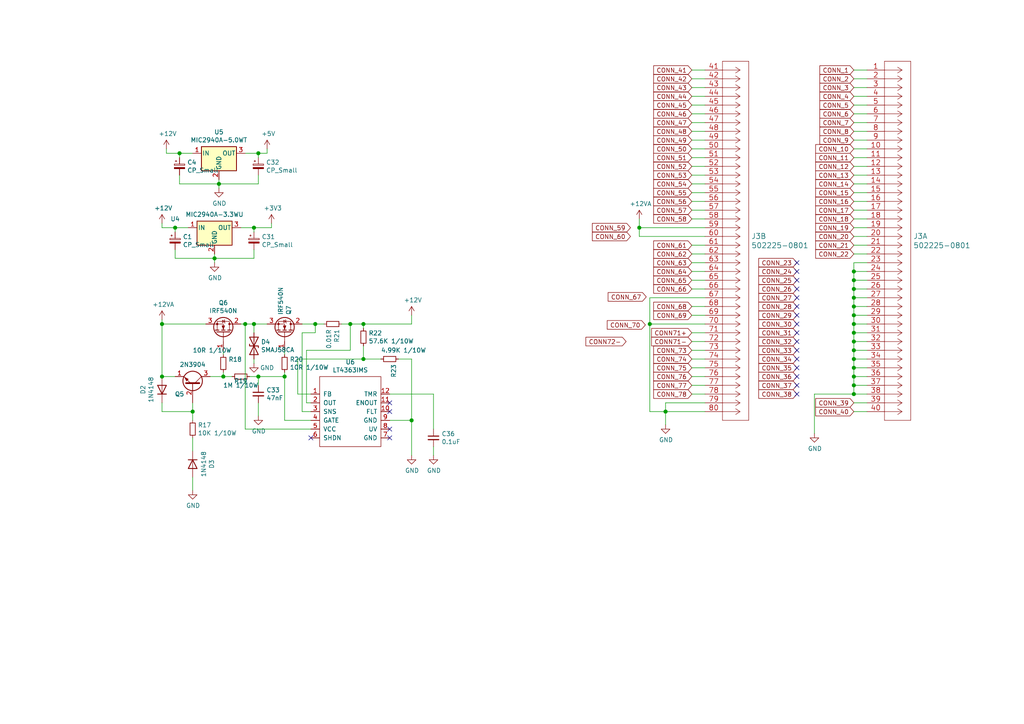
<source format=kicad_sch>
(kicad_sch (version 20210126) (generator eeschema)
  (paper "A4")
  (lib_symbols
    (symbol "Device:CP_Small" (pin_numbers hide) (pin_names (offset 0.254) hide)
      (property "Reference" "C" (at 0.254 1.778 0))
      (property "Value" "CP_Small" (at 0.254 -2.032 0))
      (symbol "CP_Small_1_1"
        (pin passive line (at 0 2.54 270) (length 1.8542) (name "~") (number "1"))
        (pin passive line (at 0 -2.54 90) (length 1.8542) (name "~") (number "2"))
      )
    )
    (symbol "Device:C_Small" (pin_numbers hide) (pin_names (offset 0.254) hide)
      (property "Reference" "C" (at 0.254 1.778 0))
      (property "Value" "C_Small" (at 0.254 -2.032 0))
      (symbol "C_Small_1_1"
        (pin passive line (at 0 2.54 270) (length 2.032) (name "~") (number "1"))
        (pin passive line (at 0 -2.54 90) (length 2.032) (name "~") (number "2"))
      )
    )
    (symbol "Device:D_TVS" (pin_numbers hide) (pin_names (offset 1.016) hide)
      (property "Reference" "D" (at 0 2.54 0))
      (property "Value" "D_TVS" (at 0 -2.54 0))
      (symbol "D_TVS_1_1"
        (pin passive line (at -3.81 0 0) (length 2.54) (name "A1") (number "1"))
        (pin passive line (at 3.81 0 180) (length 2.54) (name "A2") (number "2"))
      )
    )
    (symbol "Device:R_Small" (pin_numbers hide) (pin_names (offset 0.254) hide)
      (property "Reference" "R" (at 0.762 0.508 0))
      (property "Value" "R_Small" (at 0.762 -1.016 0))
      (symbol "R_Small_1_1"
        (pin passive line (at 0 2.54 270) (length 0.762) (name "~") (number "1"))
        (pin passive line (at 0 -2.54 90) (length 0.762) (name "~") (number "2"))
      )
    )
    (symbol "Diode:1N4148" (pin_numbers hide) (pin_names (offset 1.016) hide)
      (property "Reference" "D" (at 0 2.54 0))
      (property "Value" "1N4148" (at 0 -2.54 0))
      (symbol "1N4148_1_1"
        (pin passive line (at -3.81 0 0) (length 2.54) (name "K") (number "1"))
        (pin passive line (at 3.81 0 180) (length 2.54) (name "A") (number "2"))
      )
    )
    (symbol "OpenEFI-STM32-rev3:502225-0801" (pin_names (offset 0.254) hide)
      (property "Reference" "J" (at 8.89 6.35 0))
      (property "Value" "502225-0801" (at 10.16 -50.8 0))
      (symbol "502225-0801_1_1"
        (pin unspecified line (at 0 0 0) (length 5.08) (name "1") (number "1"))
        (pin unspecified line (at 0 -22.86 0) (length 5.08) (name "10") (number "10"))
        (pin unspecified line (at 0 -25.4 0) (length 5.08) (name "11") (number "11"))
        (pin unspecified line (at 0 -27.94 0) (length 5.08) (name "12") (number "12"))
        (pin unspecified line (at 0 -30.48 0) (length 5.08) (name "13") (number "13"))
        (pin unspecified line (at 0 -33.02 0) (length 5.08) (name "14") (number "14"))
        (pin unspecified line (at 0 -35.56 0) (length 5.08) (name "15") (number "15"))
        (pin unspecified line (at 0 -38.1 0) (length 5.08) (name "16") (number "16"))
        (pin unspecified line (at 0 -40.64 0) (length 5.08) (name "17") (number "17"))
        (pin unspecified line (at 0 -43.18 0) (length 5.08) (name "18") (number "18"))
        (pin unspecified line (at 0 -45.72 0) (length 5.08) (name "19") (number "19"))
        (pin unspecified line (at 0 -2.54 0) (length 5.08) (name "2") (number "2"))
        (pin unspecified line (at 0 -48.26 0) (length 5.08) (name "20") (number "20"))
        (pin unspecified line (at 0 -50.8 0) (length 5.08) (name "21") (number "21"))
        (pin unspecified line (at 0 -53.34 0) (length 5.08) (name "22") (number "22"))
        (pin unspecified line (at 0 -55.88 0) (length 5.08) (name "23") (number "23"))
        (pin unspecified line (at 0 -58.42 0) (length 5.08) (name "24") (number "24"))
        (pin unspecified line (at 0 -60.96 0) (length 5.08) (name "25") (number "25"))
        (pin unspecified line (at 0 -63.5 0) (length 5.08) (name "26") (number "26"))
        (pin unspecified line (at 0 -66.04 0) (length 5.08) (name "27") (number "27"))
        (pin unspecified line (at 0 -68.58 0) (length 5.08) (name "28") (number "28"))
        (pin unspecified line (at 0 -71.12 0) (length 5.08) (name "29") (number "29"))
        (pin unspecified line (at 0 -5.08 0) (length 5.08) (name "3") (number "3"))
        (pin unspecified line (at 0 -73.66 0) (length 5.08) (name "30") (number "30"))
        (pin unspecified line (at 0 -76.2 0) (length 5.08) (name "31") (number "31"))
        (pin unspecified line (at 0 -78.74 0) (length 5.08) (name "32") (number "32"))
        (pin unspecified line (at 0 -81.28 0) (length 5.08) (name "33") (number "33"))
        (pin unspecified line (at 0 -83.82 0) (length 5.08) (name "34") (number "34"))
        (pin unspecified line (at 0 -86.36 0) (length 5.08) (name "35") (number "35"))
        (pin unspecified line (at 0 -88.9 0) (length 5.08) (name "36") (number "36"))
        (pin unspecified line (at 0 -91.44 0) (length 5.08) (name "37") (number "37"))
        (pin unspecified line (at 0 -93.98 0) (length 5.08) (name "38") (number "38"))
        (pin unspecified line (at 0 -96.52 0) (length 5.08) (name "39") (number "39"))
        (pin unspecified line (at 0 -7.62 0) (length 5.08) (name "4") (number "4"))
        (pin unspecified line (at 0 -99.06 0) (length 5.08) (name "40") (number "40"))
        (pin unspecified line (at 0 -10.16 0) (length 5.08) (name "5") (number "5"))
        (pin unspecified line (at 0 -12.7 0) (length 5.08) (name "6") (number "6"))
        (pin unspecified line (at 0 -15.24 0) (length 5.08) (name "7") (number "7"))
        (pin unspecified line (at 0 -17.78 0) (length 5.08) (name "8") (number "8"))
        (pin unspecified line (at 0 -20.32 0) (length 5.08) (name "9") (number "9"))
      )
      (symbol "502225-0801_2_1"
        (pin unspecified line (at 0 0 0) (length 5.08) (name "41") (number "41"))
        (pin unspecified line (at 0 -2.54 0) (length 5.08) (name "42") (number "42"))
        (pin unspecified line (at 0 -5.08 0) (length 5.08) (name "43") (number "43"))
        (pin unspecified line (at 0 -7.62 0) (length 5.08) (name "44") (number "44"))
        (pin unspecified line (at 0 -10.16 0) (length 5.08) (name "45") (number "45"))
        (pin unspecified line (at 0 -12.7 0) (length 5.08) (name "46") (number "46"))
        (pin unspecified line (at 0 -15.24 0) (length 5.08) (name "47") (number "47"))
        (pin unspecified line (at 0 -17.78 0) (length 5.08) (name "48") (number "48"))
        (pin unspecified line (at 0 -20.32 0) (length 5.08) (name "49") (number "49"))
        (pin unspecified line (at 0 -22.86 0) (length 5.08) (name "50") (number "50"))
        (pin unspecified line (at 0 -25.4 0) (length 5.08) (name "51") (number "51"))
        (pin unspecified line (at 0 -27.94 0) (length 5.08) (name "52") (number "52"))
        (pin unspecified line (at 0 -30.48 0) (length 5.08) (name "53") (number "53"))
        (pin unspecified line (at 0 -33.02 0) (length 5.08) (name "54") (number "54"))
        (pin unspecified line (at 0 -35.56 0) (length 5.08) (name "55") (number "55"))
        (pin unspecified line (at 0 -38.1 0) (length 5.08) (name "56") (number "56"))
        (pin unspecified line (at 0 -40.64 0) (length 5.08) (name "57") (number "57"))
        (pin unspecified line (at 0 -43.18 0) (length 5.08) (name "58") (number "58"))
        (pin unspecified line (at 0 -45.72 0) (length 5.08) (name "59") (number "59"))
        (pin unspecified line (at 0 -48.26 0) (length 5.08) (name "60") (number "60"))
        (pin unspecified line (at 0 -50.8 0) (length 5.08) (name "61") (number "61"))
        (pin unspecified line (at 0 -53.34 0) (length 5.08) (name "62") (number "62"))
        (pin unspecified line (at 0 -55.88 0) (length 5.08) (name "63") (number "63"))
        (pin unspecified line (at 0 -58.42 0) (length 5.08) (name "64") (number "64"))
        (pin unspecified line (at 0 -60.96 0) (length 5.08) (name "65") (number "65"))
        (pin unspecified line (at 0 -63.5 0) (length 5.08) (name "66") (number "66"))
        (pin unspecified line (at 0 -66.04 0) (length 5.08) (name "67") (number "67"))
        (pin unspecified line (at 0 -68.58 0) (length 5.08) (name "68") (number "68"))
        (pin unspecified line (at 0 -71.12 0) (length 5.08) (name "69") (number "69"))
        (pin unspecified line (at 0 -73.66 0) (length 5.08) (name "70") (number "70"))
        (pin unspecified line (at 0 -76.2 0) (length 5.08) (name "71") (number "71"))
        (pin unspecified line (at 0 -78.74 0) (length 5.08) (name "72") (number "72"))
        (pin unspecified line (at 0 -81.28 0) (length 5.08) (name "73") (number "73"))
        (pin unspecified line (at 0 -83.82 0) (length 5.08) (name "74") (number "74"))
        (pin unspecified line (at 0 -86.36 0) (length 5.08) (name "75") (number "75"))
        (pin unspecified line (at 0 -88.9 0) (length 5.08) (name "76") (number "76"))
        (pin unspecified line (at 0 -91.44 0) (length 5.08) (name "77") (number "77"))
        (pin unspecified line (at 0 -93.98 0) (length 5.08) (name "78") (number "78"))
        (pin unspecified line (at 0 -96.52 0) (length 5.08) (name "79") (number "79"))
        (pin unspecified line (at 0 -99.06 0) (length 5.08) (name "80") (number "80"))
      )
    )
    (symbol "OpenEFI-STM32-rev3:LT4363IMS" (pin_names (offset 1.016))
      (property "Reference" "U" (at 0 2.54 0))
      (property "Value" "LT4363IMS" (at 0 5.08 0))
      (symbol "LT4363IMS_1_1"
        (pin input line (at -11.43 1.27 0) (length 2.54) (name "FB") (number "1"))
        (pin input line (at 11.43 -3.81 180) (length 2.54) (name "FLT") (number "10"))
        (pin input line (at 11.43 -1.27 180) (length 2.54) (name "ENOUT") (number "11"))
        (pin input line (at 11.43 1.27 180) (length 2.54) (name "TMR") (number "12"))
        (pin input line (at -11.43 -1.27 0) (length 2.54) (name "OUT") (number "2"))
        (pin input line (at -11.43 -3.81 0) (length 2.54) (name "SNS") (number "3"))
        (pin input line (at -11.43 -6.35 0) (length 2.54) (name "GATE") (number "4"))
        (pin input line (at -11.43 -8.89 0) (length 2.54) (name "VCC") (number "5"))
        (pin input line (at -11.43 -11.43 0) (length 2.54) (name "SHDN") (number "6"))
        (pin input line (at 11.43 -11.43 180) (length 2.54) (name "GND") (number "7"))
        (pin input line (at 11.43 -8.89 180) (length 2.54) (name "UV") (number "8"))
        (pin input line (at 11.43 -6.35 180) (length 2.54) (name "GND") (number "9"))
      )
    )
    (symbol "Regulator_Linear:L7805" (pin_names (offset 0.254))
      (property "Reference" "U" (at -3.81 3.175 0))
      (property "Value" "L7805" (at 0 3.175 0))
      (symbol "L7805_1_1"
        (pin power_in line (at -7.62 0 0) (length 2.54) (name "IN") (number "1"))
        (pin power_in line (at 0 -7.62 90) (length 2.54) (name "GND") (number "2"))
        (pin power_out line (at 7.62 0 180) (length 2.54) (name "OUT") (number "3"))
      )
    )
    (symbol "Transistor_BJT:2N3904" (pin_names (offset 0) hide)
      (property "Reference" "Q" (at 5.08 1.905 0))
      (property "Value" "2N3904" (at 5.08 0 0))
      (symbol "2N3904_1_1"
        (pin passive line (at 2.54 -5.08 90) (length 2.54) (name "E") (number "1"))
        (pin passive line (at -5.08 0 0) (length 5.715) (name "B") (number "2"))
        (pin passive line (at 2.54 5.08 270) (length 2.54) (name "C") (number "3"))
      )
    )
    (symbol "Transistor_FET:IRF540N" (pin_names hide)
      (property "Reference" "Q" (at 6.35 1.905 0))
      (property "Value" "IRF540N" (at 6.35 0 0))
      (symbol "IRF540N_1_1"
        (pin input line (at -5.08 0 0) (length 2.54) (name "G") (number "1"))
        (pin passive line (at 2.54 5.08 270) (length 2.54) (name "D") (number "2"))
        (pin passive line (at 2.54 -5.08 90) (length 2.54) (name "S") (number "3"))
      )
    )
    (symbol "power:+12V" (power) (pin_names (offset 0))
      (property "Value" "+12V" (at 0 3.556 0))
      (symbol "+12V_1_1"
        (pin power_in line (at 0 0 90) (length 0) hide (name "+12V") (number "1"))
      )
    )
    (symbol "power:+12VA" (power) (pin_names (offset 0))
      (property "Value" "+12VA" (at 0 3.556 0))
      (symbol "+12VA_1_1"
        (pin power_in line (at 0 0 90) (length 0) hide (name "+12VA") (number "1"))
      )
    )
    (symbol "power:+3V3" (power) (pin_names (offset 0))
      (property "Value" "+3V3" (at 0 3.556 0))
      (symbol "+3V3_1_1"
        (pin power_in line (at 0 0 90) (length 0) hide (name "+3V3") (number "1"))
      )
    )
    (symbol "power:+5V" (power) (pin_names (offset 0))
      (property "Value" "+5V" (at 0 3.556 0))
      (symbol "+5V_1_1"
        (pin power_in line (at 0 0 90) (length 0) hide (name "+5V") (number "1"))
      )
    )
    (symbol "power:GND" (power) (pin_names (offset 0))
      (property "Value" "GND" (at 0 -3.81 0))
      (symbol "GND_1_1"
        (pin power_in line (at 0 0 270) (length 0) hide (name "GND") (number "1"))
      )
    )
  )
  (junction (at 46.99 93.98) (diameter 1.016))
  (junction (at 46.99 109.22) (diameter 1.016))
  (junction (at 50.8 66.04) (diameter 1.016))
  (junction (at 52.07 44.45) (diameter 1.016))
  (junction (at 55.88 119.38) (diameter 1.016))
  (junction (at 62.23 74.93) (diameter 1.016))
  (junction (at 63.5 53.34) (diameter 1.016))
  (junction (at 64.77 109.22) (diameter 1.016))
  (junction (at 71.12 93.98) (diameter 1.016))
  (junction (at 73.66 66.04) (diameter 1.016))
  (junction (at 73.66 93.98) (diameter 1.016))
  (junction (at 74.93 44.45) (diameter 1.016))
  (junction (at 74.93 109.22) (diameter 1.016))
  (junction (at 82.55 109.22) (diameter 1.016))
  (junction (at 91.44 93.98) (diameter 1.016))
  (junction (at 101.6 93.98) (diameter 1.016))
  (junction (at 105.41 93.98) (diameter 1.016))
  (junction (at 105.41 104.14) (diameter 1.016))
  (junction (at 119.38 121.92) (diameter 1.016))
  (junction (at 185.42 66.04) (diameter 1.016))
  (junction (at 188.468 93.98) (diameter 1.016))
  (junction (at 193.04 119.38) (diameter 1.016))
  (junction (at 247.65 78.74) (diameter 1.016))
  (junction (at 247.65 81.28) (diameter 1.016))
  (junction (at 247.65 83.82) (diameter 1.016))
  (junction (at 247.65 86.36) (diameter 1.016))
  (junction (at 247.65 88.9) (diameter 1.016))
  (junction (at 247.65 91.44) (diameter 1.016))
  (junction (at 247.65 93.98) (diameter 1.016))
  (junction (at 247.65 96.52) (diameter 1.016))
  (junction (at 247.65 99.06) (diameter 1.016))
  (junction (at 247.65 101.6) (diameter 1.016))
  (junction (at 247.65 104.14) (diameter 1.016))
  (junction (at 247.65 106.68) (diameter 1.016))
  (junction (at 247.65 109.22) (diameter 1.016))
  (junction (at 247.65 111.76) (diameter 1.016))
  (junction (at 247.65 114.3) (diameter 1.016))
  (no_connect (at 90.17 127))
  (no_connect (at 113.03 116.84))
  (no_connect (at 113.03 119.38))
  (no_connect (at 113.03 124.46))
  (no_connect (at 113.03 127))
  (no_connect (at 231.14 76.2))
  (no_connect (at 231.14 78.74))
  (no_connect (at 231.14 81.28))
  (no_connect (at 231.14 83.82))
  (no_connect (at 231.14 86.36))
  (no_connect (at 231.14 88.9))
  (no_connect (at 231.14 91.44))
  (no_connect (at 231.14 93.98))
  (no_connect (at 231.14 96.52))
  (no_connect (at 231.14 99.06))
  (no_connect (at 231.14 101.6))
  (no_connect (at 231.14 104.14))
  (no_connect (at 231.14 106.68))
  (no_connect (at 231.14 109.22))
  (no_connect (at 231.14 111.76))
  (no_connect (at 231.14 114.3))
  (wire (pts (xy 46.99 64.77) (xy 46.99 66.04)))
  (wire (pts (xy 46.99 66.04) (xy 50.8 66.04)))
  (wire (pts (xy 46.99 92.71) (xy 46.99 93.98)))
  (wire (pts (xy 46.99 93.98) (xy 59.69 93.98)))
  (wire (pts (xy 46.99 109.22) (xy 46.99 93.98)))
  (wire (pts (xy 46.99 109.22) (xy 50.8 109.22)))
  (wire (pts (xy 46.99 116.84) (xy 46.99 119.38)))
  (wire (pts (xy 46.99 119.38) (xy 55.88 119.38)))
  (wire (pts (xy 48.26 43.18) (xy 48.26 44.45)))
  (wire (pts (xy 48.26 44.45) (xy 52.07 44.45)))
  (wire (pts (xy 50.8 66.04) (xy 50.8 67.31)))
  (wire (pts (xy 50.8 72.39) (xy 50.8 74.93)))
  (wire (pts (xy 50.8 74.93) (xy 62.23 74.93)))
  (wire (pts (xy 52.07 44.45) (xy 55.88 44.45)))
  (wire (pts (xy 52.07 45.72) (xy 52.07 44.45)))
  (wire (pts (xy 52.07 50.8) (xy 52.07 53.34)))
  (wire (pts (xy 52.07 53.34) (xy 63.5 53.34)))
  (wire (pts (xy 54.61 66.04) (xy 50.8 66.04)))
  (wire (pts (xy 55.88 116.84) (xy 55.88 119.38)))
  (wire (pts (xy 55.88 119.38) (xy 55.88 121.92)))
  (wire (pts (xy 55.88 127) (xy 55.88 130.81)))
  (wire (pts (xy 55.88 138.43) (xy 55.88 142.24)))
  (wire (pts (xy 60.96 109.22) (xy 64.77 109.22)))
  (wire (pts (xy 62.23 73.66) (xy 62.23 74.93)))
  (wire (pts (xy 62.23 74.93) (xy 62.23 76.2)))
  (wire (pts (xy 63.5 52.07) (xy 63.5 53.34)))
  (wire (pts (xy 63.5 53.34) (xy 63.5 54.61)))
  (wire (pts (xy 64.77 101.6) (xy 64.77 102.87)))
  (wire (pts (xy 64.77 109.22) (xy 64.77 107.95)))
  (wire (pts (xy 67.31 109.22) (xy 64.77 109.22)))
  (wire (pts (xy 69.85 66.04) (xy 73.66 66.04)))
  (wire (pts (xy 69.85 93.98) (xy 71.12 93.98)))
  (wire (pts (xy 71.12 44.45) (xy 74.93 44.45)))
  (wire (pts (xy 71.12 93.98) (xy 71.12 124.46)))
  (wire (pts (xy 71.12 93.98) (xy 73.66 93.98)))
  (wire (pts (xy 71.12 124.46) (xy 90.17 124.46)))
  (wire (pts (xy 72.39 109.22) (xy 74.93 109.22)))
  (wire (pts (xy 73.66 66.04) (xy 73.66 67.31)))
  (wire (pts (xy 73.66 72.39) (xy 73.66 74.93)))
  (wire (pts (xy 73.66 74.93) (xy 62.23 74.93)))
  (wire (pts (xy 73.66 93.98) (xy 77.47 93.98)))
  (wire (pts (xy 73.66 96.52) (xy 73.66 93.98)))
  (wire (pts (xy 73.66 104.14) (xy 73.66 105.41)))
  (wire (pts (xy 74.93 44.45) (xy 74.93 45.72)))
  (wire (pts (xy 74.93 50.8) (xy 74.93 53.34)))
  (wire (pts (xy 74.93 53.34) (xy 63.5 53.34)))
  (wire (pts (xy 74.93 109.22) (xy 82.55 109.22)))
  (wire (pts (xy 74.93 111.76) (xy 74.93 109.22)))
  (wire (pts (xy 74.93 116.84) (xy 74.93 120.65)))
  (wire (pts (xy 77.47 43.18) (xy 77.47 44.45)))
  (wire (pts (xy 77.47 44.45) (xy 74.93 44.45)))
  (wire (pts (xy 78.74 64.77) (xy 78.74 66.04)))
  (wire (pts (xy 78.74 66.04) (xy 73.66 66.04)))
  (wire (pts (xy 82.55 102.87) (xy 82.55 101.6)))
  (wire (pts (xy 82.55 107.95) (xy 82.55 109.22)))
  (wire (pts (xy 82.55 121.92) (xy 82.55 109.22)))
  (wire (pts (xy 82.55 121.92) (xy 90.17 121.92)))
  (wire (pts (xy 86.36 104.14) (xy 86.36 114.3)))
  (wire (pts (xy 86.36 114.3) (xy 90.17 114.3)))
  (wire (pts (xy 87.63 93.98) (xy 91.44 93.98)))
  (wire (pts (xy 87.63 96.52) (xy 91.44 96.52)))
  (wire (pts (xy 87.63 119.38) (xy 87.63 96.52)))
  (wire (pts (xy 88.9 101.6) (xy 88.9 116.84)))
  (wire (pts (xy 88.9 116.84) (xy 90.17 116.84)))
  (wire (pts (xy 90.17 119.38) (xy 87.63 119.38)))
  (wire (pts (xy 91.44 93.98) (xy 93.98 93.98)))
  (wire (pts (xy 91.44 96.52) (xy 91.44 93.98)))
  (wire (pts (xy 99.06 93.98) (xy 101.6 93.98)))
  (wire (pts (xy 101.6 93.98) (xy 101.6 101.6)))
  (wire (pts (xy 101.6 93.98) (xy 105.41 93.98)))
  (wire (pts (xy 101.6 101.6) (xy 88.9 101.6)))
  (wire (pts (xy 105.41 93.98) (xy 105.41 95.25)))
  (wire (pts (xy 105.41 100.33) (xy 105.41 104.14)))
  (wire (pts (xy 105.41 104.14) (xy 86.36 104.14)))
  (wire (pts (xy 105.41 104.14) (xy 110.49 104.14)))
  (wire (pts (xy 113.03 114.3) (xy 125.73 114.3)))
  (wire (pts (xy 113.03 121.92) (xy 119.38 121.92)))
  (wire (pts (xy 115.57 104.14) (xy 119.38 104.14)))
  (wire (pts (xy 119.38 91.44) (xy 119.38 93.98)))
  (wire (pts (xy 119.38 93.98) (xy 105.41 93.98)))
  (wire (pts (xy 119.38 104.14) (xy 119.38 121.92)))
  (wire (pts (xy 119.38 121.92) (xy 119.38 132.08)))
  (wire (pts (xy 125.73 114.3) (xy 125.73 124.46)))
  (wire (pts (xy 125.73 129.54) (xy 125.73 132.08)))
  (wire (pts (xy 185.42 66.04) (xy 185.42 63.5)))
  (wire (pts (xy 185.42 66.04) (xy 185.42 68.58)))
  (wire (pts (xy 185.42 66.04) (xy 204.47 66.04)))
  (wire (pts (xy 185.42 68.58) (xy 204.47 68.58)))
  (wire (pts (xy 188.468 86.36) (xy 188.468 93.98)))
  (wire (pts (xy 188.468 86.36) (xy 204.47 86.36)))
  (wire (pts (xy 188.468 93.98) (xy 188.468 119.38)))
  (wire (pts (xy 188.468 93.98) (xy 204.47 93.98)))
  (wire (pts (xy 188.468 119.38) (xy 193.04 119.38)))
  (wire (pts (xy 193.04 116.84) (xy 193.04 119.38)))
  (wire (pts (xy 193.04 116.84) (xy 204.47 116.84)))
  (wire (pts (xy 193.04 119.38) (xy 193.04 123.19)))
  (wire (pts (xy 193.04 119.38) (xy 204.47 119.38)))
  (wire (pts (xy 200.66 20.32) (xy 204.47 20.32)))
  (wire (pts (xy 200.66 22.86) (xy 204.47 22.86)))
  (wire (pts (xy 200.66 25.4) (xy 204.47 25.4)))
  (wire (pts (xy 200.66 27.94) (xy 204.47 27.94)))
  (wire (pts (xy 200.66 30.48) (xy 204.47 30.48)))
  (wire (pts (xy 200.66 33.02) (xy 204.47 33.02)))
  (wire (pts (xy 200.66 35.56) (xy 204.47 35.56)))
  (wire (pts (xy 200.66 38.1) (xy 204.47 38.1)))
  (wire (pts (xy 200.66 40.64) (xy 204.47 40.64)))
  (wire (pts (xy 200.66 43.18) (xy 204.47 43.18)))
  (wire (pts (xy 200.66 45.72) (xy 204.47 45.72)))
  (wire (pts (xy 200.66 48.26) (xy 204.47 48.26)))
  (wire (pts (xy 200.66 50.8) (xy 204.47 50.8)))
  (wire (pts (xy 200.66 53.34) (xy 204.47 53.34)))
  (wire (pts (xy 200.66 55.88) (xy 204.47 55.88)))
  (wire (pts (xy 200.66 58.42) (xy 204.47 58.42)))
  (wire (pts (xy 200.66 60.96) (xy 204.47 60.96)))
  (wire (pts (xy 200.66 63.5) (xy 204.47 63.5)))
  (wire (pts (xy 200.66 71.12) (xy 204.47 71.12)))
  (wire (pts (xy 200.66 73.66) (xy 204.47 73.66)))
  (wire (pts (xy 200.66 76.2) (xy 204.47 76.2)))
  (wire (pts (xy 200.66 78.74) (xy 204.47 78.74)))
  (wire (pts (xy 200.66 81.28) (xy 204.47 81.28)))
  (wire (pts (xy 200.66 83.82) (xy 204.47 83.82)))
  (wire (pts (xy 200.66 88.9) (xy 204.47 88.9)))
  (wire (pts (xy 200.66 91.44) (xy 204.47 91.44)))
  (wire (pts (xy 200.66 96.52) (xy 204.47 96.52)))
  (wire (pts (xy 200.66 99.06) (xy 204.47 99.06)))
  (wire (pts (xy 200.66 101.6) (xy 204.47 101.6)))
  (wire (pts (xy 200.66 104.14) (xy 204.47 104.14)))
  (wire (pts (xy 200.66 106.68) (xy 204.47 106.68)))
  (wire (pts (xy 200.66 109.22) (xy 204.47 109.22)))
  (wire (pts (xy 200.66 111.76) (xy 204.47 111.76)))
  (wire (pts (xy 200.66 114.3) (xy 204.47 114.3)))
  (wire (pts (xy 236.22 114.3) (xy 247.65 114.3)))
  (wire (pts (xy 236.22 125.73) (xy 236.22 114.3)))
  (wire (pts (xy 247.65 20.32) (xy 251.46 20.32)))
  (wire (pts (xy 247.65 22.86) (xy 251.46 22.86)))
  (wire (pts (xy 247.65 25.4) (xy 251.46 25.4)))
  (wire (pts (xy 247.65 27.94) (xy 251.46 27.94)))
  (wire (pts (xy 247.65 30.48) (xy 251.46 30.48)))
  (wire (pts (xy 247.65 33.02) (xy 251.46 33.02)))
  (wire (pts (xy 247.65 35.56) (xy 251.46 35.56)))
  (wire (pts (xy 247.65 38.1) (xy 251.46 38.1)))
  (wire (pts (xy 247.65 40.64) (xy 251.46 40.64)))
  (wire (pts (xy 247.65 43.18) (xy 251.46 43.18)))
  (wire (pts (xy 247.65 45.72) (xy 251.46 45.72)))
  (wire (pts (xy 247.65 48.26) (xy 251.46 48.26)))
  (wire (pts (xy 247.65 50.8) (xy 251.46 50.8)))
  (wire (pts (xy 247.65 53.34) (xy 251.46 53.34)))
  (wire (pts (xy 247.65 55.88) (xy 251.46 55.88)))
  (wire (pts (xy 247.65 58.42) (xy 251.46 58.42)))
  (wire (pts (xy 247.65 60.96) (xy 251.46 60.96)))
  (wire (pts (xy 247.65 63.5) (xy 251.46 63.5)))
  (wire (pts (xy 247.65 66.04) (xy 251.46 66.04)))
  (wire (pts (xy 247.65 68.58) (xy 251.46 68.58)))
  (wire (pts (xy 247.65 71.12) (xy 251.46 71.12)))
  (wire (pts (xy 247.65 73.66) (xy 251.46 73.66)))
  (wire (pts (xy 247.65 76.2) (xy 247.65 78.74)))
  (wire (pts (xy 247.65 76.2) (xy 251.46 76.2)))
  (wire (pts (xy 247.65 78.74) (xy 247.65 81.28)))
  (wire (pts (xy 247.65 78.74) (xy 251.46 78.74)))
  (wire (pts (xy 247.65 81.28) (xy 247.65 83.82)))
  (wire (pts (xy 247.65 81.28) (xy 251.46 81.28)))
  (wire (pts (xy 247.65 83.82) (xy 247.65 86.36)))
  (wire (pts (xy 247.65 83.82) (xy 251.46 83.82)))
  (wire (pts (xy 247.65 86.36) (xy 247.65 88.9)))
  (wire (pts (xy 247.65 86.36) (xy 251.46 86.36)))
  (wire (pts (xy 247.65 88.9) (xy 247.65 91.44)))
  (wire (pts (xy 247.65 88.9) (xy 251.46 88.9)))
  (wire (pts (xy 247.65 91.44) (xy 247.65 93.98)))
  (wire (pts (xy 247.65 91.44) (xy 251.46 91.44)))
  (wire (pts (xy 247.65 93.98) (xy 247.65 96.52)))
  (wire (pts (xy 247.65 93.98) (xy 251.46 93.98)))
  (wire (pts (xy 247.65 96.52) (xy 247.65 99.06)))
  (wire (pts (xy 247.65 96.52) (xy 251.46 96.52)))
  (wire (pts (xy 247.65 99.06) (xy 247.65 101.6)))
  (wire (pts (xy 247.65 99.06) (xy 251.46 99.06)))
  (wire (pts (xy 247.65 101.6) (xy 247.65 104.14)))
  (wire (pts (xy 247.65 101.6) (xy 251.46 101.6)))
  (wire (pts (xy 247.65 104.14) (xy 247.65 106.68)))
  (wire (pts (xy 247.65 104.14) (xy 251.46 104.14)))
  (wire (pts (xy 247.65 106.68) (xy 247.65 109.22)))
  (wire (pts (xy 247.65 106.68) (xy 251.46 106.68)))
  (wire (pts (xy 247.65 109.22) (xy 247.65 111.76)))
  (wire (pts (xy 247.65 109.22) (xy 251.46 109.22)))
  (wire (pts (xy 247.65 111.76) (xy 247.65 114.3)))
  (wire (pts (xy 247.65 111.76) (xy 251.46 111.76)))
  (wire (pts (xy 247.65 114.3) (xy 251.46 114.3)))
  (wire (pts (xy 247.65 119.38) (xy 251.46 119.38)))
  (wire (pts (xy 251.46 116.84) (xy 247.65 116.84)))
  (global_label "CONN72-" (shape input) (at 181.61 99.06 180) (property "Intersheet References" "${INTERSHEET_REFS}" (effects hide)))
  (global_label "CONN_59" (shape input) (at 182.88 66.04 180) (property "Intersheet References" "${INTERSHEET_REFS}" (effects hide)))
  (global_label "CONN_60" (shape input) (at 182.88 68.58 180) (property "Intersheet References" "${INTERSHEET_REFS}" (effects hide)))
  (global_label "CONN_70" (shape input) (at 187.198 94.234 180) (property "Intersheet References" "${INTERSHEET_REFS}" (effects hide)))
  (global_label "CONN_67" (shape input) (at 187.452 86.106 180) (property "Intersheet References" "${INTERSHEET_REFS}" (effects hide)))
  (global_label "CONN_41" (shape input) (at 200.66 20.32 180) (property "Intersheet References" "${INTERSHEET_REFS}" (effects hide)))
  (global_label "CONN_42" (shape input) (at 200.66 22.86 180) (property "Intersheet References" "${INTERSHEET_REFS}" (effects hide)))
  (global_label "CONN_43" (shape input) (at 200.66 25.4 180) (property "Intersheet References" "${INTERSHEET_REFS}" (effects hide)))
  (global_label "CONN_44" (shape input) (at 200.66 27.94 180) (property "Intersheet References" "${INTERSHEET_REFS}" (effects hide)))
  (global_label "CONN_45" (shape input) (at 200.66 30.48 180) (property "Intersheet References" "${INTERSHEET_REFS}" (effects hide)))
  (global_label "CONN_46" (shape input) (at 200.66 33.02 180) (property "Intersheet References" "${INTERSHEET_REFS}" (effects hide)))
  (global_label "CONN_47" (shape input) (at 200.66 35.56 180) (property "Intersheet References" "${INTERSHEET_REFS}" (effects hide)))
  (global_label "CONN_48" (shape input) (at 200.66 38.1 180) (property "Intersheet References" "${INTERSHEET_REFS}" (effects hide)))
  (global_label "CONN_49" (shape input) (at 200.66 40.64 180) (property "Intersheet References" "${INTERSHEET_REFS}" (effects hide)))
  (global_label "CONN_50" (shape input) (at 200.66 43.18 180) (property "Intersheet References" "${INTERSHEET_REFS}" (effects hide)))
  (global_label "CONN_51" (shape input) (at 200.66 45.72 180) (property "Intersheet References" "${INTERSHEET_REFS}" (effects hide)))
  (global_label "CONN_52" (shape input) (at 200.66 48.26 180) (property "Intersheet References" "${INTERSHEET_REFS}" (effects hide)))
  (global_label "CONN_53" (shape input) (at 200.66 50.8 180) (property "Intersheet References" "${INTERSHEET_REFS}" (effects hide)))
  (global_label "CONN_54" (shape input) (at 200.66 53.34 180) (property "Intersheet References" "${INTERSHEET_REFS}" (effects hide)))
  (global_label "CONN_55" (shape input) (at 200.66 55.88 180) (property "Intersheet References" "${INTERSHEET_REFS}" (effects hide)))
  (global_label "CONN_56" (shape input) (at 200.66 58.42 180) (property "Intersheet References" "${INTERSHEET_REFS}" (effects hide)))
  (global_label "CONN_57" (shape input) (at 200.66 60.96 180) (property "Intersheet References" "${INTERSHEET_REFS}" (effects hide)))
  (global_label "CONN_58" (shape input) (at 200.66 63.5 180) (property "Intersheet References" "${INTERSHEET_REFS}" (effects hide)))
  (global_label "CONN_61" (shape input) (at 200.66 71.12 180) (property "Intersheet References" "${INTERSHEET_REFS}" (effects hide)))
  (global_label "CONN_62" (shape input) (at 200.66 73.66 180) (property "Intersheet References" "${INTERSHEET_REFS}" (effects hide)))
  (global_label "CONN_63" (shape input) (at 200.66 76.2 180) (property "Intersheet References" "${INTERSHEET_REFS}" (effects hide)))
  (global_label "CONN_64" (shape input) (at 200.66 78.74 180) (property "Intersheet References" "${INTERSHEET_REFS}" (effects hide)))
  (global_label "CONN_65" (shape input) (at 200.66 81.28 180) (property "Intersheet References" "${INTERSHEET_REFS}" (effects hide)))
  (global_label "CONN_66" (shape input) (at 200.66 83.82 180) (property "Intersheet References" "${INTERSHEET_REFS}" (effects hide)))
  (global_label "CONN_68" (shape input) (at 200.66 88.9 180) (property "Intersheet References" "${INTERSHEET_REFS}" (effects hide)))
  (global_label "CONN_69" (shape input) (at 200.66 91.44 180) (property "Intersheet References" "${INTERSHEET_REFS}" (effects hide)))
  (global_label "CONN71+" (shape input) (at 200.66 96.52 180) (property "Intersheet References" "${INTERSHEET_REFS}" (effects hide)))
  (global_label "CONN71-" (shape input) (at 200.66 99.06 180) (property "Intersheet References" "${INTERSHEET_REFS}" (effects hide)))
  (global_label "CONN_73" (shape input) (at 200.66 101.6 180) (property "Intersheet References" "${INTERSHEET_REFS}" (effects hide)))
  (global_label "CONN_74" (shape input) (at 200.66 104.14 180) (property "Intersheet References" "${INTERSHEET_REFS}" (effects hide)))
  (global_label "CONN_75" (shape input) (at 200.66 106.68 180) (property "Intersheet References" "${INTERSHEET_REFS}" (effects hide)))
  (global_label "CONN_76" (shape input) (at 200.66 109.22 180) (property "Intersheet References" "${INTERSHEET_REFS}" (effects hide)))
  (global_label "CONN_77" (shape input) (at 200.66 111.76 180) (property "Intersheet References" "${INTERSHEET_REFS}" (effects hide)))
  (global_label "CONN_78" (shape input) (at 200.66 114.3 180) (property "Intersheet References" "${INTERSHEET_REFS}" (effects hide)))
  (global_label "CONN_23" (shape input) (at 231.14 76.2 180) (property "Intersheet References" "${INTERSHEET_REFS}" (effects hide)))
  (global_label "CONN_24" (shape input) (at 231.14 78.74 180) (property "Intersheet References" "${INTERSHEET_REFS}" (effects hide)))
  (global_label "CONN_25" (shape input) (at 231.14 81.28 180) (property "Intersheet References" "${INTERSHEET_REFS}" (effects hide)))
  (global_label "CONN_26" (shape input) (at 231.14 83.82 180) (property "Intersheet References" "${INTERSHEET_REFS}" (effects hide)))
  (global_label "CONN_27" (shape input) (at 231.14 86.36 180) (property "Intersheet References" "${INTERSHEET_REFS}" (effects hide)))
  (global_label "CONN_28" (shape input) (at 231.14 88.9 180) (property "Intersheet References" "${INTERSHEET_REFS}" (effects hide)))
  (global_label "CONN_29" (shape input) (at 231.14 91.44 180) (property "Intersheet References" "${INTERSHEET_REFS}" (effects hide)))
  (global_label "CONN_30" (shape input) (at 231.14 93.98 180) (property "Intersheet References" "${INTERSHEET_REFS}" (effects hide)))
  (global_label "CONN_31" (shape input) (at 231.14 96.52 180) (property "Intersheet References" "${INTERSHEET_REFS}" (effects hide)))
  (global_label "CONN_32" (shape input) (at 231.14 99.06 180) (property "Intersheet References" "${INTERSHEET_REFS}" (effects hide)))
  (global_label "CONN_33" (shape input) (at 231.14 101.6 180) (property "Intersheet References" "${INTERSHEET_REFS}" (effects hide)))
  (global_label "CONN_34" (shape input) (at 231.14 104.14 180) (property "Intersheet References" "${INTERSHEET_REFS}" (effects hide)))
  (global_label "CONN_35" (shape input) (at 231.14 106.68 180) (property "Intersheet References" "${INTERSHEET_REFS}" (effects hide)))
  (global_label "CONN_36" (shape input) (at 231.14 109.22 180) (property "Intersheet References" "${INTERSHEET_REFS}" (effects hide)))
  (global_label "CONN_37" (shape input) (at 231.14 111.76 180) (property "Intersheet References" "${INTERSHEET_REFS}" (effects hide)))
  (global_label "CONN_38" (shape input) (at 231.14 114.3 180) (property "Intersheet References" "${INTERSHEET_REFS}" (effects hide)))
  (global_label "CONN_1" (shape input) (at 247.65 20.32 180) (property "Intersheet References" "${INTERSHEET_REFS}" (effects hide)))
  (global_label "CONN_2" (shape input) (at 247.65 22.86 180) (property "Intersheet References" "${INTERSHEET_REFS}" (effects hide)))
  (global_label "CONN_3" (shape input) (at 247.65 25.4 180) (property "Intersheet References" "${INTERSHEET_REFS}" (effects hide)))
  (global_label "CONN_4" (shape input) (at 247.65 27.94 180) (property "Intersheet References" "${INTERSHEET_REFS}" (effects hide)))
  (global_label "CONN_5" (shape input) (at 247.65 30.48 180) (property "Intersheet References" "${INTERSHEET_REFS}" (effects hide)))
  (global_label "CONN_6" (shape input) (at 247.65 33.02 180) (property "Intersheet References" "${INTERSHEET_REFS}" (effects hide)))
  (global_label "CONN_7" (shape input) (at 247.65 35.56 180) (property "Intersheet References" "${INTERSHEET_REFS}" (effects hide)))
  (global_label "CONN_8" (shape input) (at 247.65 38.1 180) (property "Intersheet References" "${INTERSHEET_REFS}" (effects hide)))
  (global_label "CONN_9" (shape input) (at 247.65 40.64 180) (property "Intersheet References" "${INTERSHEET_REFS}" (effects hide)))
  (global_label "CONN_10" (shape input) (at 247.65 43.18 180) (property "Intersheet References" "${INTERSHEET_REFS}" (effects hide)))
  (global_label "CONN_11" (shape input) (at 247.65 45.72 180) (property "Intersheet References" "${INTERSHEET_REFS}" (effects hide)))
  (global_label "CONN_12" (shape input) (at 247.65 48.26 180) (property "Intersheet References" "${INTERSHEET_REFS}" (effects hide)))
  (global_label "CONN_13" (shape input) (at 247.65 50.8 180) (property "Intersheet References" "${INTERSHEET_REFS}" (effects hide)))
  (global_label "CONN_14" (shape input) (at 247.65 53.34 180) (property "Intersheet References" "${INTERSHEET_REFS}" (effects hide)))
  (global_label "CONN_15" (shape input) (at 247.65 55.88 180) (property "Intersheet References" "${INTERSHEET_REFS}" (effects hide)))
  (global_label "CONN_16" (shape input) (at 247.65 58.42 180) (property "Intersheet References" "${INTERSHEET_REFS}" (effects hide)))
  (global_label "CONN_17" (shape input) (at 247.65 60.96 180) (property "Intersheet References" "${INTERSHEET_REFS}" (effects hide)))
  (global_label "CONN_18" (shape input) (at 247.65 63.5 180) (property "Intersheet References" "${INTERSHEET_REFS}" (effects hide)))
  (global_label "CONN_19" (shape input) (at 247.65 66.04 180) (property "Intersheet References" "${INTERSHEET_REFS}" (effects hide)))
  (global_label "CONN_20" (shape input) (at 247.65 68.58 180) (property "Intersheet References" "${INTERSHEET_REFS}" (effects hide)))
  (global_label "CONN_21" (shape input) (at 247.65 71.12 180) (property "Intersheet References" "${INTERSHEET_REFS}" (effects hide)))
  (global_label "CONN_22" (shape input) (at 247.65 73.66 180) (property "Intersheet References" "${INTERSHEET_REFS}" (effects hide)))
  (global_label "CONN_39" (shape input) (at 247.65 116.84 180) (property "Intersheet References" "${INTERSHEET_REFS}" (effects hide)))
  (global_label "CONN_40" (shape input) (at 247.65 119.38 180) (property "Intersheet References" "${INTERSHEET_REFS}" (effects hide)))
  (symbol (lib_id "power:+12V") (at 46.99 64.77 0) (unit 1)
    (property "Reference" "#PWR0137" (effects hide))
    (property "Value" "+12V" (at 47.371 60.3758 0))
  )
  (symbol (lib_id "power:+12VA") (at 46.99 92.71 0) (unit 1)
    (property "Reference" "#PWR010" (effects hide))
    (property "Value" "+12VA" (at 47.371 88.3158 0))
  )
  (symbol (lib_id "power:+12V") (at 48.26 43.18 0) (unit 1)
    (property "Reference" "#PWR011" (effects hide))
    (property "Value" "+12V" (at 48.641 38.7858 0))
  )
  (symbol (lib_id "power:+5V") (at 77.47 43.18 0) (unit 1)
    (property "Reference" "#PWR017" (effects hide))
    (property "Value" "+5V" (at 77.851 38.7858 0))
  )
  (symbol (lib_id "power:+3V3") (at 78.74 64.77 0) (unit 1)
    (property "Reference" "#PWR018" (effects hide))
    (property "Value" "+3V3" (at 79.121 60.3758 0))
  )
  (symbol (lib_id "power:+12V") (at 119.38 91.44 0) (unit 1)
    (property "Reference" "#PWR021" (effects hide))
    (property "Value" "+12V" (at 119.761 87.0458 0))
  )
  (symbol (lib_id "power:+12VA") (at 185.42 63.5 0) (unit 1)
    (property "Reference" "#PWR025" (effects hide))
    (property "Value" "+12VA" (at 185.801 59.1058 0))
  )
  (symbol (lib_id "power:GND") (at 55.88 142.24 0) (unit 1)
    (property "Reference" "#PWR012" (effects hide))
    (property "Value" "GND" (at 56.007 146.6342 0))
  )
  (symbol (lib_id "power:GND") (at 62.23 76.2 0) (unit 1)
    (property "Reference" "#PWR013" (effects hide))
    (property "Value" "GND" (at 62.357 80.5942 0))
  )
  (symbol (lib_id "power:GND") (at 63.5 54.61 0) (unit 1)
    (property "Reference" "#PWR014" (effects hide))
    (property "Value" "GND" (at 63.627 59.0042 0))
  )
  (symbol (lib_id "power:GND") (at 73.66 105.41 0) (unit 1)
    (property "Reference" "#PWR015" (effects hide))
    (property "Value" "GND" (at 77.47 106.68 0))
  )
  (symbol (lib_id "power:GND") (at 74.93 120.65 0) (unit 1)
    (property "Reference" "#PWR016" (effects hide))
    (property "Value" "GND" (at 75.057 125.0442 0))
  )
  (symbol (lib_id "power:GND") (at 119.38 132.08 0) (unit 1)
    (property "Reference" "#PWR022" (effects hide))
    (property "Value" "GND" (at 119.507 136.4742 0))
  )
  (symbol (lib_id "power:GND") (at 125.73 132.08 0) (unit 1)
    (property "Reference" "#PWR024" (effects hide))
    (property "Value" "GND" (at 125.857 136.4742 0))
  )
  (symbol (lib_id "power:GND") (at 193.04 123.19 0) (unit 1)
    (property "Reference" "#PWR026" (effects hide))
    (property "Value" "GND" (at 193.167 127.5842 0))
  )
  (symbol (lib_id "power:GND") (at 236.22 125.73 0) (unit 1)
    (property "Reference" "#PWR0175" (effects hide))
    (property "Value" "GND" (at 236.347 130.1242 0))
  )
  (symbol (lib_id "Device:R_Small") (at 55.88 124.46 0) (unit 1)
    (property "Reference" "R17" (at 57.3786 123.2916 0) (effects (justify left)))
    (property "Value" "10K 1/10W" (at 57.3786 125.603 0) (effects (justify left)))
    (property "Footprint" "Resistor_SMD:R_0603_1608Metric" (effects hide))
  )
  (symbol (lib_id "Device:R_Small") (at 64.77 105.41 0) (unit 1)
    (property "Reference" "R18" (at 66.2686 104.2416 0) (effects (justify left)))
    (property "Value" "10R 1/10W" (at 55.88 101.6 0) (effects (justify left)))
    (property "Footprint" "Resistor_SMD:R_0603_1608Metric" (effects hide))
  )
  (symbol (lib_id "Device:R_Small") (at 69.85 109.22 270) (unit 1)
    (property "Reference" "R19" (at 69.85 110.49 90))
    (property "Value" "1M 1/10W" (at 69.85 111.76 90))
    (property "Footprint" "Resistor_SMD:R_0603_1608Metric" (effects hide))
  )
  (symbol (lib_id "Device:R_Small") (at 82.55 105.41 0) (unit 1)
    (property "Reference" "R20" (at 84.0486 104.2416 0) (effects (justify left)))
    (property "Value" "10R 1/10W" (at 84.0486 106.553 0) (effects (justify left)))
    (property "Footprint" "Resistor_SMD:R_0603_1608Metric" (effects hide))
  )
  (symbol (lib_id "Device:R_Small") (at 96.52 93.98 270) (unit 1)
    (property "Reference" "R21" (at 97.6884 95.4786 0) (effects (justify left)))
    (property "Value" "0.01R" (at 95.377 95.4786 0) (effects (justify left)))
    (property "Footprint" "Resistor_SMD:R_1210_3225Metric" (effects hide))
    (property "LCSC" "C175884" (effects hide))
  )
  (symbol (lib_id "Device:R_Small") (at 105.41 97.79 0) (unit 1)
    (property "Reference" "R22" (at 106.9086 96.6216 0) (effects (justify left)))
    (property "Value" "57.6K 1/10W" (at 106.9086 98.933 0) (effects (justify left)))
    (property "Footprint" "Resistor_SMD:R_0603_1608Metric" (effects hide))
  )
  (symbol (lib_id "Device:R_Small") (at 113.03 104.14 270) (unit 1)
    (property "Reference" "R23" (at 114.1984 105.6386 0) (effects (justify left)))
    (property "Value" "4.99K 1/10W" (at 110.49 101.6 90) (effects (justify left)))
    (property "Footprint" "Resistor_SMD:R_0603_1608Metric" (effects hide))
  )
  (symbol (lib_id "Device:CP_Small") (at 50.8 69.85 0) (unit 1)
    (property "Reference" "C1" (at 53.0352 68.6816 0) (effects (justify left)))
    (property "Value" "CP_Small" (at 53.0352 70.993 0) (effects (justify left)))
  )
  (symbol (lib_id "Device:CP_Small") (at 52.07 48.26 0) (unit 1)
    (property "Reference" "C4" (at 54.3052 47.0916 0) (effects (justify left)))
    (property "Value" "CP_Small" (at 54.3052 49.403 0) (effects (justify left)))
  )
  (symbol (lib_id "Device:CP_Small") (at 73.66 69.85 0) (unit 1)
    (property "Reference" "C31" (at 75.8952 68.6816 0) (effects (justify left)))
    (property "Value" "CP_Small" (at 75.8952 70.993 0) (effects (justify left)))
  )
  (symbol (lib_id "Device:CP_Small") (at 74.93 48.26 0) (unit 1)
    (property "Reference" "C32" (at 77.1652 47.0916 0) (effects (justify left)))
    (property "Value" "CP_Small" (at 77.1652 49.403 0) (effects (justify left)))
  )
  (symbol (lib_id "Device:C_Small") (at 74.93 114.3 0) (unit 1)
    (property "Reference" "C33" (at 77.2668 113.1316 0) (effects (justify left)))
    (property "Value" "47nF" (at 77.2668 115.443 0) (effects (justify left)))
    (property "Footprint" "Capacitor_SMD:C_0603_1608Metric" (effects hide))
  )
  (symbol (lib_id "Device:C_Small") (at 125.73 127 0) (unit 1)
    (property "Reference" "C36" (at 128.0668 125.8316 0) (effects (justify left)))
    (property "Value" "0.1uF" (at 128.0668 128.143 0) (effects (justify left)))
    (property "Footprint" "Capacitor_SMD:C_0603_1608Metric" (effects hide))
  )
  (symbol (lib_id "Diode:1N4148") (at 46.99 113.03 90) (unit 1)
    (property "Reference" "D2" (at 41.4782 113.03 0))
    (property "Value" "1N4148" (at 43.7896 113.03 0))
    (property "Footprint" "Diode_SMD:D_0805_2012Metric" (effects hide))
    (property "Datasheet" "https://assets.nexperia.com/documents/data-sheet/1N4148_1N4448.pdf" (effects hide))
  )
  (symbol (lib_id "Diode:1N4148") (at 55.88 134.62 270) (unit 1)
    (property "Reference" "D3" (at 61.3918 134.62 0))
    (property "Value" "1N4148" (at 59.0804 134.62 0))
    (property "Footprint" "Diode_SMD:D_0805_2012Metric" (effects hide))
    (property "Datasheet" "https://assets.nexperia.com/documents/data-sheet/1N4148_1N4448.pdf" (effects hide))
  )
  (symbol (lib_id "Device:D_TVS") (at 73.66 100.33 270) (unit 1)
    (property "Reference" "D4" (at 75.692 99.1616 90) (effects (justify left)))
    (property "Value" "SMAJ58CA" (at 75.692 101.473 90) (effects (justify left)))
    (property "Footprint" "Diode_SMD:D_SMA" (effects hide))
  )
  (symbol (lib_id "Transistor_BJT:2N3904") (at 55.88 111.76 270) (mirror x) (unit 1)
    (property "Reference" "Q5" (at 52.07 114.3 90))
    (property "Value" "2N3904" (at 55.88 105.7402 90))
    (property "Footprint" "Package_TO_SOT_SMD:TSOT-23" (effects hide))
    (property "Datasheet" "https://www.fairchildsemi.com/datasheets/2N/2N3904.pdf" (effects hide))
  )
  (symbol (lib_id "Transistor_FET:IRF540N") (at 64.77 96.52 270) (mirror x) (unit 1)
    (property "Reference" "Q6" (at 64.77 87.8332 90))
    (property "Value" "IRF540N" (at 64.77 90.1446 90))
    (property "Footprint" "Package_TO_SOT_THT:TO-220-3_Vertical" (effects hide))
    (property "Datasheet" "http://www.irf.com/product-info/datasheets/data/irf540n.pdf" (effects hide))
  )
  (symbol (lib_id "Transistor_FET:IRF540N") (at 82.55 96.52 270) (mirror x) (unit 1)
    (property "Reference" "Q7" (at 83.7184 91.3384 0) (effects (justify left)))
    (property "Value" "IRF540N" (at 81.407 91.3384 0) (effects (justify left)))
    (property "Footprint" "Package_TO_SOT_THT:TO-220-3_Vertical" (effects hide))
    (property "Datasheet" "http://www.irf.com/product-info/datasheets/data/irf540n.pdf" (effects hide))
  )
  (symbol (lib_id "Regulator_Linear:L7805") (at 62.23 66.04 0) (unit 1)
    (property "Reference" "U4" (at 50.8 63.5 0))
    (property "Value" "MIC2940A-3.3WU" (at 62.23 62.2046 0))
    (property "Footprint" "Package_TO_SOT_SMD:TO-263-3_TabPin2" (effects hide))
    (property "Datasheet" "http://www.st.com/content/ccc/resource/technical/document/datasheet/41/4f/b3/b0/12/d4/47/88/CD00000444.pdf/files/CD00000444.pdf/jcr:content/translations/en.CD00000444.pdf" (effects hide))
  )
  (symbol (lib_id "Regulator_Linear:L7805") (at 63.5 44.45 0) (unit 1)
    (property "Reference" "U5" (at 63.5 38.3032 0))
    (property "Value" "MIC2940A-5.0WT" (at 63.5 40.6146 0))
    (property "Footprint" "Package_TO_SOT_THT:TO-220-3_Vertical" (effects hide))
    (property "Datasheet" "http://www.st.com/content/ccc/resource/technical/document/datasheet/41/4f/b3/b0/12/d4/47/88/CD00000444.pdf/files/CD00000444.pdf/jcr:content/translations/en.CD00000444.pdf" (effects hide))
    (property "DIGY" "576-1136-ND" (effects hide))
  )
  (symbol (lib_id "OpenEFI-STM32-rev3:LT4363IMS") (at 101.6 115.57 0) (unit 1)
    (property "Reference" "U6" (at 101.6 105.029 0))
    (property "Value" "LT4363IMS" (at 101.6 107.3404 0))
    (property "Footprint" "Package_SO:SOIC-16W_7.5x10.3mm_P1.27mm" (effects hide))
    (property "Datasheet" "https://ar.mouser.com/datasheet/2/609/ADuM4160-1503590.pdf" (effects hide))
  )
  (symbol (lib_id "OpenEFI-STM32-rev3:502225-0801") (at 204.47 20.32 0) (unit 2)
    (property "Reference" "J3" (at 217.8812 68.5038 0) (effects (font (size 1.524 1.524)) (justify left)))
    (property "Value" "502225-0801" (at 217.8812 71.1962 0) (effects (font (size 1.524 1.524)) (justify left)))
    (property "Footprint" "OpenEFI-STM32F_rev3:502225-0801" (effects hide))
  )
  (symbol (lib_id "OpenEFI-STM32-rev3:502225-0801") (at 251.46 20.32 0) (unit 1)
    (property "Reference" "J3" (at 264.8712 68.5038 0) (effects (font (size 1.524 1.524)) (justify left)))
    (property "Value" "502225-0801" (at 264.8712 71.1962 0) (effects (font (size 1.524 1.524)) (justify left)))
    (property "Footprint" "OpenEFI-STM32F_rev3:502225-0801" (effects hide))
  )
)
</source>
